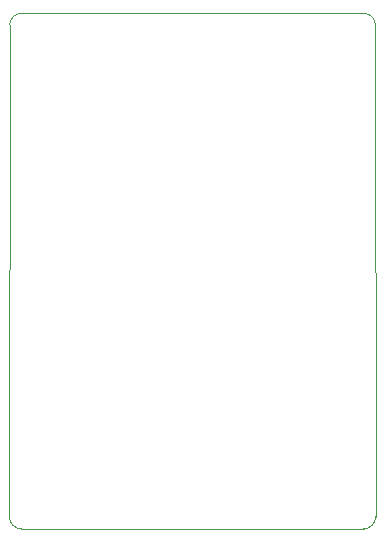
<source format=gm1>
G04 #@! TF.GenerationSoftware,KiCad,Pcbnew,(5.1.9)-1*
G04 #@! TF.CreationDate,2021-07-08T12:05:04+02:00*
G04 #@! TF.ProjectId,iot-postbox,696f742d-706f-4737-9462-6f782e6b6963,v0.0*
G04 #@! TF.SameCoordinates,Original*
G04 #@! TF.FileFunction,Profile,NP*
%FSLAX46Y46*%
G04 Gerber Fmt 4.6, Leading zero omitted, Abs format (unit mm)*
G04 Created by KiCad (PCBNEW (5.1.9)-1) date 2021-07-08 12:05:04*
%MOMM*%
%LPD*%
G01*
G04 APERTURE LIST*
G04 #@! TA.AperFunction,Profile*
%ADD10C,0.050000*%
G04 #@! TD*
G04 APERTURE END LIST*
D10*
X99847400Y-109816900D02*
X99834700Y-151460200D01*
X129819400Y-152463500D02*
X100838000Y-152463500D01*
X130822700Y-109816900D02*
X130835400Y-151447500D01*
X100838000Y-108826300D02*
X129819400Y-108813600D01*
X100838000Y-152463500D02*
G75*
G02*
X99834700Y-151460200I0J1003300D01*
G01*
X129819400Y-108813600D02*
G75*
G02*
X130822700Y-109816900I0J-1003300D01*
G01*
X130835400Y-151447500D02*
G75*
G02*
X129819400Y-152463500I-1016000J0D01*
G01*
X99847400Y-109816900D02*
G75*
G02*
X100838000Y-108826300I990600J0D01*
G01*
M02*

</source>
